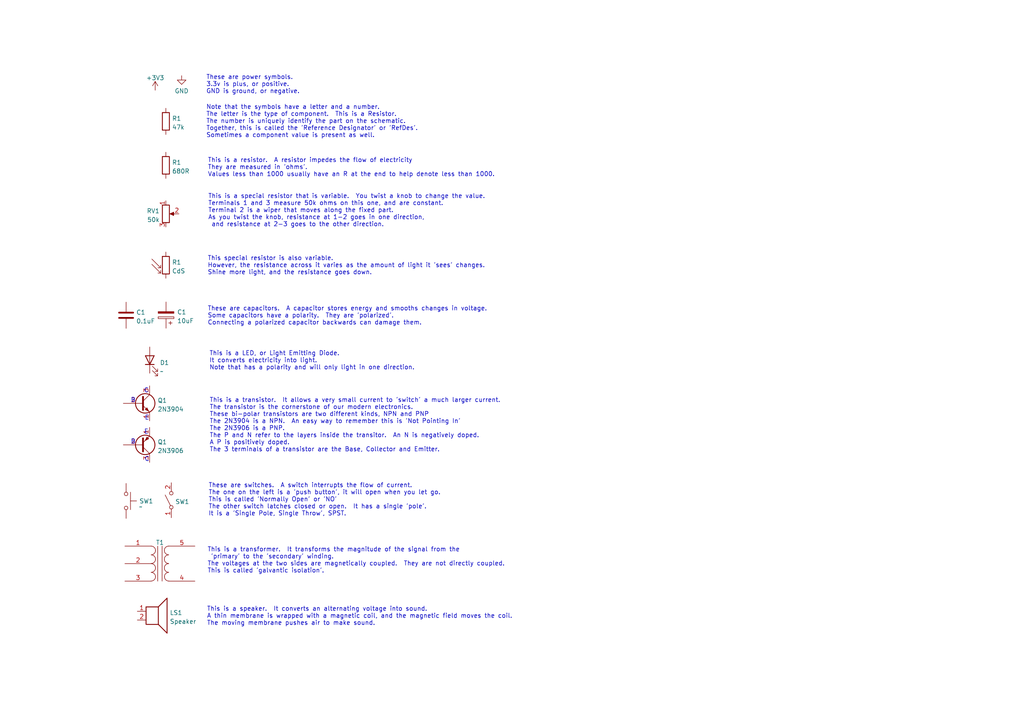
<source format=kicad_sch>
(kicad_sch (version 20211123) (generator eeschema)
  (paper "A4")
  (lib_symbols
    (symbol "Device:C" (pin_numbers hide) (pin_names (offset 0.254))
      (property "Reference" "C" (at 0.635 2.54 0))
      (property "Value" "C" (at 0.635 -2.54 0))
      (symbol "C_0_1"
        (polyline (pts (xy -2.032 -0.762) (xy 2.032 -0.762)) (stroke (width 0.508)))
        (polyline (pts (xy -2.032 0.762) (xy 2.032 0.762)) (stroke (width 0.508)))
      )
      (symbol "C_1_1"
        (pin passive line (at 0 3.81 270) (length 2.794) (name "~") (number "1"))
        (pin passive line (at 0 -3.81 90) (length 2.794) (name "~") (number "2"))
      )
    )
    (symbol "Device:C_Polarized" (pin_numbers hide) (pin_names (offset 0.254))
      (property "Reference" "C" (at 0.635 2.54 0))
      (property "Value" "C_Polarized" (at 0.635 -2.54 0))
      (symbol "C_Polarized_0_1"
        (rectangle (start -2.286 0.508) (end 2.286 1.016))
        (polyline (pts (xy -1.778 2.286) (xy -0.762 2.286)))
        (polyline (pts (xy -1.27 2.794) (xy -1.27 1.778)))
        (rectangle (start 2.286 -0.508) (end -2.286 -1.016) (fill (type outline)))
      )
      (symbol "C_Polarized_1_1"
        (pin passive line (at 0 3.81 270) (length 2.794) (name "~") (number "1"))
        (pin passive line (at 0 -3.81 90) (length 2.794) (name "~") (number "2"))
      )
    )
    (symbol "Device:LED" (pin_numbers hide) (pin_names (offset 1.016) hide)
      (property "Reference" "D" (at 0 2.54 0))
      (property "Value" "LED" (at 0 -2.54 0))
      (symbol "LED_0_1"
        (polyline (pts (xy -1.27 -1.27) (xy -1.27 1.27)) (stroke (width 0.254)))
        (polyline (pts (xy -1.27 0) (xy 1.27 0)))
        (polyline (pts (xy 1.27 -1.27) (xy 1.27 1.27) (xy -1.27 0) (xy 1.27 -1.27)) (stroke (width 0.254)))
        (polyline (pts (xy -3.048 -0.762) (xy -4.572 -2.286) (xy -3.81 -2.286) (xy -4.572 -2.286) (xy -4.572 -1.524)))
        (polyline (pts (xy -1.778 -0.762) (xy -3.302 -2.286) (xy -2.54 -2.286) (xy -3.302 -2.286) (xy -3.302 -1.524)))
      )
      (symbol "LED_1_1"
        (pin passive line (at -3.81 0 0) (length 2.54) (name "K") (number "1"))
        (pin passive line (at 3.81 0 180) (length 2.54) (name "A") (number "2"))
      )
    )
    (symbol "Device:R" (pin_numbers hide) (pin_names (offset 0))
      (property "Reference" "R" (at 2.032 0 90))
      (property "Value" "R" (at 0 0 90))
      (symbol "R_0_1"
        (rectangle (start -1.016 -2.54) (end 1.016 2.54) (stroke (width 0.254)))
      )
      (symbol "R_1_1"
        (pin passive line (at 0 3.81 270) (length 1.27) (name "~") (number "1"))
        (pin passive line (at 0 -3.81 90) (length 1.27) (name "~") (number "2"))
      )
    )
    (symbol "Device:R_Photo" (pin_numbers hide) (pin_names (offset 0))
      (property "Reference" "R" (at 1.27 1.27 0))
      (property "Value" "R_Photo" (at 1.27 0 0))
      (symbol "R_Photo_0_1"
        (rectangle (start -1.016 2.54) (end 1.016 -2.54) (stroke (width 0.254)))
        (polyline (pts (xy -1.524 -2.286) (xy -4.064 0.254)))
        (polyline (pts (xy -1.524 -2.286) (xy -2.286 -2.286)))
        (polyline (pts (xy -1.524 -2.286) (xy -1.524 -1.524)))
        (polyline (pts (xy -1.524 -0.762) (xy -4.064 1.778)))
        (polyline (pts (xy -1.524 -0.762) (xy -2.286 -0.762)))
        (polyline (pts (xy -1.524 -0.762) (xy -1.524 0)))
      )
      (symbol "R_Photo_1_1"
        (pin passive line (at 0 3.81 270) (length 1.27) (name "~") (number "1"))
        (pin passive line (at 0 -3.81 90) (length 1.27) (name "~") (number "2"))
      )
    )
    (symbol "Device:R_Potentiometer" (pin_names (offset 1.016) hide)
      (property "Reference" "RV" (at -4.445 0 90))
      (property "Value" "R_Potentiometer" (at -2.54 0 90))
      (symbol "R_Potentiometer_0_1"
        (polyline (pts (xy 2.54 0) (xy 1.524 0)))
        (polyline (pts (xy 1.143 0) (xy 2.286 0.508) (xy 2.286 -0.508) (xy 1.143 0)) (fill (type outline)))
        (rectangle (start 1.016 2.54) (end -1.016 -2.54) (stroke (width 0.254)))
      )
      (symbol "R_Potentiometer_1_1"
        (pin passive line (at 0 3.81 270) (length 1.27) (name "1") (number "1"))
        (pin passive line (at 3.81 0 180) (length 1.27) (name "2") (number "2"))
        (pin passive line (at 0 -3.81 90) (length 1.27) (name "3") (number "3"))
      )
    )
    (symbol "Device:Speaker" (pin_names (offset 0) hide)
      (property "Reference" "LS" (at 1.27 5.715 0))
      (property "Value" "Speaker" (at 1.27 3.81 0))
      (symbol "Speaker_0_0"
        (rectangle (start -2.54 1.27) (end 1.016 -3.81) (stroke (width 0.254)))
        (polyline (pts (xy 1.016 1.27) (xy 3.556 3.81) (xy 3.556 -6.35) (xy 1.016 -3.81)) (stroke (width 0.254)))
      )
      (symbol "Speaker_1_1"
        (pin input line (at -5.08 0 0) (length 2.54) (name "1") (number "1"))
        (pin input line (at -5.08 -2.54 0) (length 2.54) (name "2") (number "2"))
      )
    )
    (symbol "Device:Transformer_SP_1S" (pin_names (offset 1.016) hide)
      (property "Reference" "T" (at 0 6.35 0))
      (property "Value" "Transformer_SP_1S" (at 0 -7.62 0))
      (symbol "Transformer_SP_1S_0_1"
        (arc (start -2.54 -5.0546) (mid -1.6599 -4.6901) (end -1.27 -3.81))
        (arc (start -2.54 -2.5146) (mid -1.6599 -2.1501) (end -1.27 -1.27))
        (arc (start -2.54 0.0254) (mid -1.6599 0.3899) (end -1.27 1.27))
        (arc (start -2.54 2.5654) (mid -1.6599 2.9299) (end -1.27 3.81))
        (arc (start -1.27 -3.81) (mid -1.642 -2.912) (end -2.54 -2.54))
        (arc (start -1.27 -1.27) (mid -1.642 -0.372) (end -2.54 0))
        (arc (start -1.27 1.27) (mid -1.642 2.168) (end -2.54 2.54))
        (arc (start -1.27 3.81) (mid -1.642 4.708) (end -2.54 5.08))
        (polyline (pts (xy -0.635 5.08) (xy -0.635 -5.08)))
        (polyline (pts (xy 0.635 -5.08) (xy 0.635 5.08)))
        (arc (start 1.2954 -1.27) (mid 1.6599 -2.1501) (end 2.54 -2.5146))
        (arc (start 1.2954 1.27) (mid 1.6599 0.3899) (end 2.54 0.0254))
        (arc (start 1.2954 3.81) (mid 1.6599 2.9299) (end 2.54 2.5654))
        (arc (start 1.3208 -3.81) (mid 1.6853 -4.6901) (end 2.5654 -5.0546))
        (arc (start 2.54 0) (mid 1.642 -0.372) (end 1.2954 -1.27))
        (arc (start 2.54 2.54) (mid 1.642 2.168) (end 1.2954 1.27))
        (arc (start 2.54 5.08) (mid 1.642 4.708) (end 1.2954 3.81))
        (arc (start 2.5654 -2.54) (mid 1.6674 -2.912) (end 1.3208 -3.81))
      )
      (symbol "Transformer_SP_1S_1_1"
        (pin passive line (at -10.16 5.08 0) (length 7.62) (name "PR1") (number "1"))
        (pin passive line (at -10.16 0 0) (length 7.62) (name "PM") (number "2"))
        (pin passive line (at -10.16 -5.08 0) (length 7.62) (name "PR2") (number "3"))
        (pin passive line (at 10.16 -5.08 180) (length 7.62) (name "S1") (number "4"))
        (pin passive line (at 10.16 5.08 180) (length 7.62) (name "S2") (number "5"))
      )
    )
    (symbol "Switch:SW_Push" (pin_numbers hide) (pin_names (offset 1.016) hide)
      (property "Reference" "SW" (at 1.27 2.54 0))
      (property "Value" "SW_Push" (at 0 -1.524 0))
      (symbol "SW_Push_0_1"
        (circle (center -2.032 0) (radius 0.508))
        (polyline (pts (xy 0 1.27) (xy 0 3.048)))
        (polyline (pts (xy 2.54 1.27) (xy -2.54 1.27)))
        (circle (center 2.032 0) (radius 0.508))
        (pin passive line (at -5.08 0 0) (length 2.54) (name "1") (number "1"))
        (pin passive line (at 5.08 0 180) (length 2.54) (name "2") (number "2"))
      )
    )
    (symbol "Switch:SW_SPST" (pin_names (offset 0) hide)
      (property "Reference" "SW" (at 0 3.175 0))
      (property "Value" "SW_SPST" (at 0 -2.54 0))
      (symbol "SW_SPST_0_0"
        (circle (center -2.032 0) (radius 0.508))
        (polyline (pts (xy -1.524 0.254) (xy 1.524 1.778)))
        (circle (center 2.032 0) (radius 0.508))
      )
      (symbol "SW_SPST_1_1"
        (pin passive line (at -5.08 0 0) (length 2.54) (name "A") (number "1"))
        (pin passive line (at 5.08 0 180) (length 2.54) (name "B") (number "2"))
      )
    )
    (symbol "Transistor_BJT:2N3904" (pin_names (offset 0) hide)
      (property "Reference" "Q" (at 5.08 1.905 0))
      (property "Value" "2N3904" (at 5.08 0 0))
      (symbol "2N3904_0_1"
        (polyline (pts (xy 0.635 0.635) (xy 2.54 2.54)))
        (polyline (pts (xy 0.635 -0.635) (xy 2.54 -2.54) (xy 2.54 -2.54)))
        (polyline (pts (xy 0.635 1.905) (xy 0.635 -1.905) (xy 0.635 -1.905)) (stroke (width 0.508)))
        (polyline (pts (xy 1.27 -1.778) (xy 1.778 -1.27) (xy 2.286 -2.286) (xy 1.27 -1.778) (xy 1.27 -1.778)) (fill (type outline)))
        (circle (center 1.27 0) (radius 2.8194) (stroke (width 0.254)))
      )
      (symbol "2N3904_1_1"
        (pin passive line (at 2.54 -5.08 90) (length 2.54) (name "E") (number "1"))
        (pin passive line (at -5.08 0 0) (length 5.715) (name "B") (number "2"))
        (pin passive line (at 2.54 5.08 270) (length 2.54) (name "C") (number "3"))
      )
    )
    (symbol "Transistor_BJT:2N3906" (pin_names (offset 0) hide)
      (property "Reference" "Q" (at 5.08 1.905 0))
      (property "Value" "2N3906" (at 5.08 0 0))
      (symbol "2N3906_0_1"
        (polyline (pts (xy 0.635 0.635) (xy 2.54 2.54)))
        (polyline (pts (xy 0.635 -0.635) (xy 2.54 -2.54) (xy 2.54 -2.54)))
        (polyline (pts (xy 0.635 1.905) (xy 0.635 -1.905) (xy 0.635 -1.905)) (stroke (width 0.508)))
        (polyline (pts (xy 2.286 -1.778) (xy 1.778 -2.286) (xy 1.27 -1.27) (xy 2.286 -1.778) (xy 2.286 -1.778)) (fill (type outline)))
        (circle (center 1.27 0) (radius 2.8194) (stroke (width 0.254)))
      )
      (symbol "2N3906_1_1"
        (pin passive line (at 2.54 -5.08 90) (length 2.54) (name "E") (number "1"))
        (pin input line (at -5.08 0 0) (length 5.715) (name "B") (number "2"))
        (pin passive line (at 2.54 5.08 270) (length 2.54) (name "C") (number "3"))
      )
    )
    (symbol "power:+3V3" (power) (pin_names (offset 0))
      (property "Value" "+3V3" (at 0 3.556 0))
      (symbol "+3V3_0_1"
        (polyline (pts (xy -0.762 1.27) (xy 0 2.54)))
        (polyline (pts (xy 0 0) (xy 0 2.54)))
        (polyline (pts (xy 0 2.54) (xy 0.762 1.27)))
      )
      (symbol "+3V3_1_1"
        (pin power_in line (at 0 0 90) (length 0) hide (name "+3V3") (number "1"))
      )
    )
    (symbol "power:GND" (power) (pin_names (offset 0))
      (property "Value" "GND" (at 0 -3.81 0))
      (symbol "GND_0_1"
        (polyline (pts (xy 0 0) (xy 0 -1.27) (xy 1.27 -1.27) (xy 0 -2.54) (xy -1.27 -1.27) (xy 0 -1.27)))
      )
      (symbol "GND_1_1"
        (pin power_in line (at 0 0 270) (length 0) hide (name "GND") (number "1"))
      )
    )
  )
  (text "Note that the symbols have a letter and a number.\nThe letter is the type of component.  This is a Resistor.\nThe number is uniquely identify the part on the schematic.\nTogether, this is called the 'Reference Designator' or 'RefDes'.\nSometimes a component value is present as well." (at 59.7916 40.0812 0) (effects (font (size 1.27 1.27)) (justify left bottom)))
  (text "These are switches.  A switch interrupts the flow of current.\nThe one on the left is a 'push button', it will open when you let go.\nThis is called 'Normally Open' or 'NO'\nThe other switch latches closed or open.  It has a single 'pole'.\nIt is a 'Single Pole, Single Throw', SPST." (at 60.452 149.8092 0) (effects (font (size 1.27 1.27)) (justify left bottom)))
  (text "C" (at 41.91 134.0104 0) (effects (font (size 1.27 1.27)) (justify left bottom)))
  (text "B" (at 37.8968 116.8908 0) (effects (font (size 1.27 1.27)) (justify left bottom)))
  (text "These are capacitors.  A capacitor stores energy and smooths changes in voltage.\nSome capacitors have a polarity.  They are 'polarized'.\nConnecting a polarized capacitor backwards can damage them." (at 60.198 94.4372 0) (effects (font (size 1.27 1.27)) (justify left bottom)))
  (text "E" (at 41.7576 126.0856 0) (effects (font (size 1.27 1.27)) (justify left bottom)))
  (text "This is a transistor.  It allows a very small current to 'switch' a much larger current.\nThe transistor is the cornerstone of our modern electronics.\nThese bi-polar transistors are two different kinds, NPN and PNP\nThe 2N3904 is a NPN.  An easy way to remember this is 'Not Pointing In'\nThe 2N3906 is a PNP.\nThe P and N refer to the layers inside the transitor.  An N is negatively doped.\nA P is positively doped.\nThe 3 terminals of a transistor are the Base, Collector and Emitter." (at 60.7568 131.2164 0) (effects (font (size 1.27 1.27)) (justify left bottom)))
  (text "This is a resistor.  A resistor impedes the flow of electricity\nThey are measured in 'ohms'.\nValues less than 1000 usually have an R at the end to help denote less than 1000." (at 60.2488 51.4096 0) (effects (font (size 1.27 1.27)) (justify left bottom)))
  (text "This special resistor is also variable.  \nHowever, the resistance across it varies as the amount of light it 'sees' changes.\nShine more light, and the resistance goes down." (at 60.198 79.8576 0) (effects (font (size 1.27 1.27)) (justify left bottom)))
  (text "This is a LED, or Light Emitting Diode.\nIt converts electricity into light.\nNote that has a polarity and will only light in one direction." (at 60.706 107.442 0) (effects (font (size 1.27 1.27)) (justify left bottom)))
  (text "These are power symbols.  \n3.3v is plus, or positive.\nGND is ground, or negative." (at 59.7916 27.3304 0) (effects (font (size 1.27 1.27)) (justify left bottom)))
  (text "B" (at 37.8968 128.9304 0) (effects (font (size 1.27 1.27)) (justify left bottom)))
  (text "C" (at 41.7068 114.0968 0) (effects (font (size 1.27 1.27)) (justify left bottom)))
  (text "This is a transformer.  It transforms the magnitude of the signal from the \n 'primary' to the 'secondary' winding.\nThe voltages at the two sides are magnetically coupled.  They are not directly coupled.\nThis is called 'galvantic isolation'." (at 60.1472 166.37 0) (effects (font (size 1.27 1.27)) (justify left bottom)))
  (text "E" (at 41.9608 122.0216 0) (effects (font (size 1.27 1.27)) (justify left bottom)))
  (text "This is a speaker.  It converts an alternating voltage into sound.\nA thin membrane is wrapped with a magnetic coil, and the magnetic field moves the coil.\nThe moving membrane pushes air to make sound." (at 59.9948 181.5592 0) (effects (font (size 1.27 1.27)) (justify left bottom)))
  (text "This is a special resistor that is variable.  You twist a knob to change the value.\nTerminals 1 and 3 measure 50k ohms on this one, and are constant.\nTerminal 2 is a wiper that moves along the fixed part.\nAs you twist the knob, resistance at 1-2 goes in one direction, \n and resistance at 2-3 goes to the other direction." (at 60.3504 65.9384 0) (effects (font (size 1.27 1.27)) (justify left bottom)))
  (symbol (lib_id "Device:R_Photo") (at 48.1076 76.9112 0) (unit 1)
    (property "Reference" "R1" (at 49.8856 76.0765 0) (effects (justify left)))
    (property "Value" "CdS" (at 49.8856 78.6134 0) (effects (justify left)))
  )
  (symbol (lib_id "Device:R") (at 48.1076 35.2044 0) (unit 1)
    (property "Reference" "R1" (at 49.8856 34.3697 0) (effects (justify left)))
    (property "Value" "47k" (at 49.8856 36.9066 0) (effects (justify left)))
  )
  (symbol (lib_id "Switch:SW_Push") (at 36.576 145.288 270) (unit 1)
    (property "Reference" "SW1" (at 40.386 145.3388 90) (effects (justify left)))
    (property "Value" "~" (at 40.259 146.9902 90) (effects (justify left)))
  )
  (symbol (lib_id "power:+3V3") (at 45.0088 26.162 0) (unit 1)
    (property "Reference" "#PWR?" (effects hide))
    (property "Value" "+3V3" (at 45.0088 22.5862 0))
  )
  (symbol (lib_id "Device:C_Polarized") (at 48.1584 91.3892 180) (unit 1)
    (property "Reference" "C1" (at 51.3588 90.5287 0) (effects (justify right)))
    (property "Value" "10uF" (at 51.3588 93.0656 0) (effects (justify right)))
  )
  (symbol (lib_id "Device:R") (at 48.1076 47.9552 0) (unit 1)
    (property "Reference" "R1" (at 49.8856 47.1205 0) (effects (justify left)))
    (property "Value" "680R" (at 49.8856 49.6574 0) (effects (justify left)))
  )
  (symbol (lib_id "Device:C") (at 36.576 91.44 0) (unit 1)
    (property "Reference" "C1" (at 39.497 90.6053 0) (effects (justify left)))
    (property "Value" "0.1uF" (at 39.497 93.1422 0) (effects (justify left)))
  )
  (symbol (lib_id "Device:LED") (at 43.434 104.4448 90) (unit 1)
    (property "Reference" "D1" (at 46.355 105.1976 90) (effects (justify right)))
    (property "Value" "~" (at 46.355 107.7345 90) (effects (justify right)))
  )
  (symbol (lib_id "Device:R_Potentiometer") (at 48.1076 62.0268 0) (unit 1)
    (property "Reference" "RV1" (at 46.3297 61.1921 0) (effects (justify right)))
    (property "Value" "50k" (at 46.3297 63.729 0) (effects (justify right)))
  )
  (symbol (lib_id "Transistor_BJT:2N3906") (at 40.8432 129.032 0) (mirror x) (unit 1)
    (property "Reference" "Q1" (at 45.6946 128.1973 0) (effects (justify left)))
    (property "Value" "2N3906" (at 45.6946 130.7342 0) (effects (justify left)))
    (property "Footprint" "Package_TO_SOT_THT:TO-92_Inline" (effects hide))
    (property "Datasheet" "https://www.onsemi.com/pub/Collateral/2N3906-D.PDF" (effects hide))
  )
  (symbol (lib_id "power:GND") (at 52.6796 21.9456 0) (unit 1)
    (property "Reference" "#PWR?" (effects hide))
    (property "Value" "GND" (at 52.6796 26.389 0))
  )
  (symbol (lib_id "Device:Speaker") (at 44.9072 177.292 0) (unit 1)
    (property "Reference" "LS1" (at 49.2252 177.7273 0) (effects (justify left)))
    (property "Value" "Speaker" (at 49.2252 180.2642 0) (effects (justify left)))
  )
  (symbol (lib_id "Transistor_BJT:2N3904") (at 40.8432 116.9924 0) (unit 1)
    (property "Reference" "Q1" (at 45.6946 116.1577 0) (effects (justify left)))
    (property "Value" "2N3904" (at 45.6946 118.6946 0) (effects (justify left)))
    (property "Footprint" "Package_TO_SOT_THT:TO-92_Inline" (effects hide))
    (property "Datasheet" "https://www.onsemi.com/pub/Collateral/2N3903-D.PDF" (effects hide))
  )
  (symbol (lib_id "Switch:SW_SPST") (at 49.6824 145.0848 90) (unit 1)
    (property "Reference" "SW1" (at 50.8254 145.5186 90) (effects (justify right)))
    (property "Value" "SW_SPST" (effects hide))
  )
  (symbol (lib_id "Device:Transformer_SP_1S") (at 46.3804 163.4744 0) (unit 1)
    (property "Reference" "T1" (at 46.3931 157.3584 0))
    (property "Value" "Transformer_SP_1S" (effects hide))
  )
)
</source>
